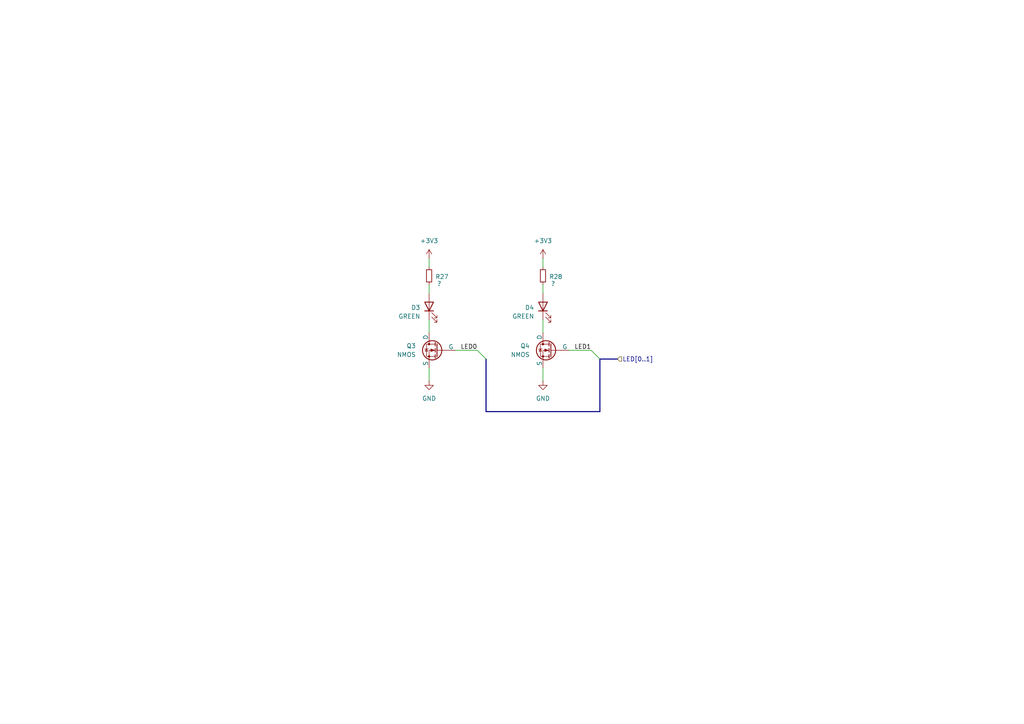
<source format=kicad_sch>
(kicad_sch (version 20231120) (generator "eeschema") (generator_version "8.0")
  (paper "A4")
  (title_block (title "${Project Designation}") (date "2024-06-30") (rev "${Revision}") (comment 1 "${Project Title}") (comment 2 "LEDS") (comment 3 "${Part Number}"))
  (lib_symbols
    (symbol "Device:LED" (pin_numbers hide) (pin_names (offset 1.016) hide)
      (property "Reference" "D" (at 0 2.54 0))
      (property "Value" "LED" (at 0 -2.54 0))
      (symbol "LED_0_1"
        (polyline (pts (xy -1.27 -1.27) (xy -1.27 1.27)) (stroke (width 0.254)))
        (polyline (pts (xy -1.27 0) (xy 1.27 0)))
        (polyline (pts (xy 1.27 -1.27) (xy 1.27 1.27) (xy -1.27 0) (xy 1.27 -1.27)) (stroke (width 0.254)))
        (polyline (pts (xy -3.048 -0.762) (xy -4.572 -2.286) (xy -3.81 -2.286) (xy -4.572 -2.286) (xy -4.572 -1.524)))
        (polyline (pts (xy -1.778 -0.762) (xy -3.302 -2.286) (xy -2.54 -2.286) (xy -3.302 -2.286) (xy -3.302 -1.524)))
      )
      (symbol "LED_1_1"
        (pin passive line (at -3.81 0 0) (length 2.54) (name "K") (number "1"))
        (pin passive line (at 3.81 0 180) (length 2.54) (name "A") (number "2"))
      )
    )
    (symbol "Device:R_Small" (pin_numbers hide) (pin_names (offset 0.254) hide)
      (property "Reference" "R" (at 0.762 0.508 0))
      (property "Value" "R_Small" (at 0.762 -1.016 0))
      (symbol "R_Small_0_1"
        (rectangle (start -0.762 1.778) (end 0.762 -1.778) (stroke (width 0.2032)))
      )
      (symbol "R_Small_1_1"
        (pin passive line (at 0 2.54 270) (length 0.762) (name "~") (number "1"))
        (pin passive line (at 0 -2.54 90) (length 0.762) (name "~") (number "2"))
      )
    )
    (symbol "Simulation_SPICE:NMOS" (pin_numbers hide) (pin_names (offset 0))
      (property "Reference" "Q" (at 5.08 1.27 0))
      (property "Value" "NMOS" (at 5.08 -1.27 0))
      (symbol "NMOS_0_1"
        (polyline (pts (xy 0.254 0) (xy -2.54 0)))
        (polyline (pts (xy 0.254 1.905) (xy 0.254 -1.905)) (stroke (width 0.254)))
        (polyline (pts (xy 0.762 -1.27) (xy 0.762 -2.286)) (stroke (width 0.254)))
        (polyline (pts (xy 0.762 0.508) (xy 0.762 -0.508)) (stroke (width 0.254)))
        (polyline (pts (xy 0.762 2.286) (xy 0.762 1.27)) (stroke (width 0.254)))
        (polyline (pts (xy 2.54 2.54) (xy 2.54 1.778)))
        (polyline (pts (xy 2.54 -2.54) (xy 2.54 0) (xy 0.762 0)))
        (polyline (pts (xy 0.762 -1.778) (xy 3.302 -1.778) (xy 3.302 1.778) (xy 0.762 1.778)))
        (polyline (pts (xy 1.016 0) (xy 2.032 0.381) (xy 2.032 -0.381) (xy 1.016 0)) (fill (type outline)))
        (polyline (pts (xy 2.794 0.508) (xy 2.921 0.381) (xy 3.683 0.381) (xy 3.81 0.254)))
        (polyline (pts (xy 3.302 0.381) (xy 2.921 -0.254) (xy 3.683 -0.254) (xy 3.302 0.381)))
        (circle (center 1.651 0) (radius 2.794) (stroke (width 0.254)))
        (circle (center 2.54 -1.778) (radius 0.254) (fill (type outline)))
        (circle (center 2.54 1.778) (radius 0.254) (fill (type outline)))
      )
      (symbol "NMOS_1_1"
        (pin passive line (at 2.54 5.08 270) (length 2.54) (name "D") (number "1"))
        (pin input line (at -5.08 0 0) (length 2.54) (name "G") (number "2"))
        (pin passive line (at 2.54 -5.08 90) (length 2.54) (name "S") (number "3"))
      )
    )
    (symbol "power:+3V3" (power) (pin_numbers hide) (pin_names (offset 0) hide)
      (property "Value" "+3V3" (at 0 3.556 0))
      (symbol "+3V3_0_1"
        (polyline (pts (xy -0.762 1.27) (xy 0 2.54)))
        (polyline (pts (xy 0 0) (xy 0 2.54)))
        (polyline (pts (xy 0 2.54) (xy 0.762 1.27)))
      )
      (symbol "+3V3_1_1"
        (pin power_in line (at 0 0 90) (length 0) (name "~") (number "1"))
      )
    )
    (symbol "power:GND" (power) (pin_numbers hide) (pin_names (offset 0) hide)
      (property "Value" "GND" (at 0 -3.81 0))
      (symbol "GND_0_1"
        (polyline (pts (xy 0 0) (xy 0 -1.27) (xy 1.27 -1.27) (xy 0 -2.54) (xy -1.27 -1.27) (xy 0 -1.27)))
      )
      (symbol "GND_1_1"
        (pin power_in line (at 0 0 270) (length 0) (name "~") (number "1"))
      )
    )
  )
  (bus_entry (at 138.43 101.6) (size 2.54 2.54))
  (bus_entry (at 171.45 101.6) (size 2.54 2.54))
  (bus (pts (xy 173.99 104.14) (xy 179.07 104.14)))
  (wire (pts (xy 157.48 82.55) (xy 157.48 85.09)))
  (wire (pts (xy 124.46 92.71) (xy 124.46 96.52)))
  (wire (pts (xy 157.48 74.93) (xy 157.48 77.47)))
  (bus (pts (xy 173.99 119.38) (xy 173.99 104.14)))
  (wire (pts (xy 132.08 101.6) (xy 138.43 101.6)))
  (bus (pts (xy 140.97 104.14) (xy 140.97 119.38)))
  (wire (pts (xy 124.46 74.93) (xy 124.46 77.47)))
  (wire (pts (xy 157.48 106.68) (xy 157.48 110.49)))
  (wire (pts (xy 124.46 106.68) (xy 124.46 110.49)))
  (wire (pts (xy 165.1 101.6) (xy 171.45 101.6)))
  (wire (pts (xy 124.46 82.55) (xy 124.46 85.09)))
  (wire (pts (xy 157.48 92.71) (xy 157.48 96.52)))
  (bus (pts (xy 140.97 119.38) (xy 173.99 119.38)))
  (label "LED1" (at 171.45 101.6 180))
  (label "LED0" (at 138.43 101.6 180))
  (hierarchical_label "LED[0..1]" (shape input) (at 179.07 104.14 0))
  (symbol (lib_id "Device:LED") (at 157.48 88.9 90) (unit 1)
    (property "Reference" "D4" (at 154.94 89.2174 90) (effects (justify left)))
    (property "Value" "GREEN" (at 154.94 91.7574 90) (effects (justify left)))
    (property "Description" "Light emitting diode" (effects (hide yes)))
  )
  (symbol (lib_id "power:+3V3") (at 157.48 74.93 0) (unit 1)
    (property "Reference" "#PWR0154" (effects (hide yes)))
    (property "Value" "+3V3" (at 157.48 69.85 0))
    (property "Description" "Power symbol creates a global label with name \"+3V3\"" (effects (hide yes)))
  )
  (symbol (lib_id "Device:R_Small") (at 157.48 80.01 0) (unit 1)
    (property "Reference" "R28" (at 159.258 80.264 0) (effects (justify left)))
    (property "Value" "?" (at 159.766 82.296 0) (effects (justify left)))
    (property "Description" "Resistor, small symbol" (effects (hide yes)))
  )
  (symbol (lib_id "Simulation_SPICE:NMOS") (at 127 101.6 0) (mirror y) (unit 1)
    (property "Reference" "Q3" (at 120.65 100.3299 0) (effects (justify left)))
    (property "Value" "NMOS" (at 120.65 102.8699 0) (effects (justify left)))
    (property "Datasheet" "https://ngspice.sourceforge.io/docs/ngspice-html-manual/manual.xhtml#cha_MOSFETs" (effects (hide yes)))
    (property "Description" "N-MOSFET transistor, drain/source/gate" (effects (hide yes)))
    (property "Sim.Device" "NMOS" (effects (hide yes)))
    (property "Sim.Type" "VDMOS" (effects (hide yes)))
    (property "Sim.Pins" "1=D 2=G 3=S" (effects (hide yes)))
  )
  (symbol (lib_id "Device:R_Small") (at 124.46 80.01 0) (unit 1)
    (property "Reference" "R27" (at 126.238 80.264 0) (effects (justify left)))
    (property "Value" "?" (at 126.746 82.296 0) (effects (justify left)))
    (property "Description" "Resistor, small symbol" (effects (hide yes)))
  )
  (symbol (lib_id "power:GND") (at 124.46 110.49 0) (mirror y) (unit 1)
    (property "Reference" "#PWR0155" (effects (hide yes)))
    (property "Value" "GND" (at 124.46 115.57 0))
    (property "Description" "Power symbol creates a global label with name \"GND\" , ground" (effects (hide yes)))
  )
  (symbol (lib_id "power:+3V3") (at 124.46 74.93 0) (unit 1)
    (property "Reference" "#PWR0153" (effects (hide yes)))
    (property "Value" "+3V3" (at 124.46 69.85 0))
    (property "Description" "Power symbol creates a global label with name \"+3V3\"" (effects (hide yes)))
  )
  (symbol (lib_id "Simulation_SPICE:NMOS") (at 160.02 101.6 0) (mirror y) (unit 1)
    (property "Reference" "Q4" (at 153.67 100.3299 0) (effects (justify left)))
    (property "Value" "NMOS" (at 153.67 102.8699 0) (effects (justify left)))
    (property "Datasheet" "https://ngspice.sourceforge.io/docs/ngspice-html-manual/manual.xhtml#cha_MOSFETs" (effects (hide yes)))
    (property "Description" "N-MOSFET transistor, drain/source/gate" (effects (hide yes)))
    (property "Sim.Device" "NMOS" (effects (hide yes)))
    (property "Sim.Type" "VDMOS" (effects (hide yes)))
    (property "Sim.Pins" "1=D 2=G 3=S" (effects (hide yes)))
  )
  (symbol (lib_id "power:GND") (at 157.48 110.49 0) (mirror y) (unit 1)
    (property "Reference" "#PWR0156" (effects (hide yes)))
    (property "Value" "GND" (at 157.48 115.57 0))
    (property "Description" "Power symbol creates a global label with name \"GND\" , ground" (effects (hide yes)))
  )
  (symbol (lib_id "Device:LED") (at 124.46 88.9 90) (unit 1)
    (property "Reference" "D3" (at 121.92 89.2174 90) (effects (justify left)))
    (property "Value" "GREEN" (at 121.92 91.7574 90) (effects (justify left)))
    (property "Description" "Light emitting diode" (effects (hide yes)))
  )
)
</source>
